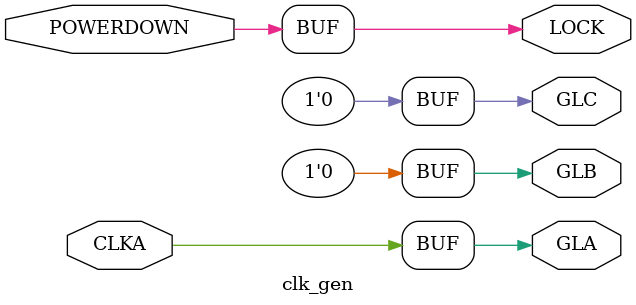
<source format=v>
module clk_gen
  (
   input POWERDOWN,
   input CLKA,
   output LOCK,
   output GLA,
   output GLB,
   output GLC
   );

   assign LOCK = POWERDOWN;
   assign GLA = CLKA;
   assign GLB = 1'b0;
   assign GLC = 1'b0;
endmodule // clk_gen

</source>
